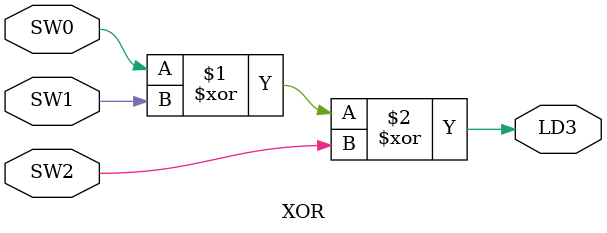
<source format=v>
`timescale 1ns / 1ps


module XOR(
    input SW0,
    input SW1,
    input SW2,
    output LD3
    );
    
    assign LD3 = SW0 ^ SW1 ^ SW2;
    
endmodule

</source>
